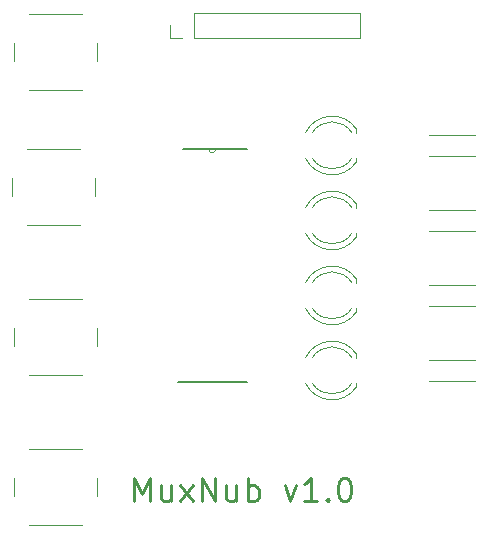
<source format=gbr>
%TF.GenerationSoftware,KiCad,Pcbnew,(5.1.6-0-10_14)*%
%TF.CreationDate,2020-06-28T20:47:41+01:00*%
%TF.ProjectId,mux-control,6d75782d-636f-46e7-9472-6f6c2e6b6963,rev?*%
%TF.SameCoordinates,Original*%
%TF.FileFunction,Legend,Top*%
%TF.FilePolarity,Positive*%
%FSLAX46Y46*%
G04 Gerber Fmt 4.6, Leading zero omitted, Abs format (unit mm)*
G04 Created by KiCad (PCBNEW (5.1.6-0-10_14)) date 2020-06-28 20:47:41*
%MOMM*%
%LPD*%
G01*
G04 APERTURE LIST*
%ADD10C,0.250000*%
%ADD11C,0.120000*%
%ADD12C,0.152400*%
%ADD13C,0.100000*%
G04 APERTURE END LIST*
D10*
X135637142Y-106314761D02*
X135637142Y-104314761D01*
X136303809Y-105743333D01*
X136970476Y-104314761D01*
X136970476Y-106314761D01*
X138780000Y-104981428D02*
X138780000Y-106314761D01*
X137922857Y-104981428D02*
X137922857Y-106029047D01*
X138018095Y-106219523D01*
X138208571Y-106314761D01*
X138494285Y-106314761D01*
X138684761Y-106219523D01*
X138780000Y-106124285D01*
X139541904Y-106314761D02*
X140589523Y-104981428D01*
X139541904Y-104981428D02*
X140589523Y-106314761D01*
X141351428Y-106314761D02*
X141351428Y-104314761D01*
X142494285Y-106314761D01*
X142494285Y-104314761D01*
X144303809Y-104981428D02*
X144303809Y-106314761D01*
X143446666Y-104981428D02*
X143446666Y-106029047D01*
X143541904Y-106219523D01*
X143732380Y-106314761D01*
X144018095Y-106314761D01*
X144208571Y-106219523D01*
X144303809Y-106124285D01*
X145256190Y-106314761D02*
X145256190Y-104314761D01*
X145256190Y-105076666D02*
X145446666Y-104981428D01*
X145827619Y-104981428D01*
X146018095Y-105076666D01*
X146113333Y-105171904D01*
X146208571Y-105362380D01*
X146208571Y-105933809D01*
X146113333Y-106124285D01*
X146018095Y-106219523D01*
X145827619Y-106314761D01*
X145446666Y-106314761D01*
X145256190Y-106219523D01*
X148399047Y-104981428D02*
X148875238Y-106314761D01*
X149351428Y-104981428D01*
X151160952Y-106314761D02*
X150018095Y-106314761D01*
X150589523Y-106314761D02*
X150589523Y-104314761D01*
X150399047Y-104600476D01*
X150208571Y-104790952D01*
X150018095Y-104886190D01*
X152018095Y-106124285D02*
X152113333Y-106219523D01*
X152018095Y-106314761D01*
X151922857Y-106219523D01*
X152018095Y-106124285D01*
X152018095Y-106314761D01*
X153351428Y-104314761D02*
X153541904Y-104314761D01*
X153732380Y-104410000D01*
X153827619Y-104505238D01*
X153922857Y-104695714D01*
X154018095Y-105076666D01*
X154018095Y-105552857D01*
X153922857Y-105933809D01*
X153827619Y-106124285D01*
X153732380Y-106219523D01*
X153541904Y-106314761D01*
X153351428Y-106314761D01*
X153160952Y-106219523D01*
X153065714Y-106124285D01*
X152970476Y-105933809D01*
X152875238Y-105552857D01*
X152875238Y-105076666D01*
X152970476Y-104695714D01*
X153065714Y-104505238D01*
X153160952Y-104410000D01*
X153351428Y-104314761D01*
D11*
%TO.C,SW1*%
X132480000Y-69040000D02*
X132480000Y-67540000D01*
X131230000Y-65040000D02*
X126730000Y-65040000D01*
X125480000Y-67540000D02*
X125480000Y-69040000D01*
X126730000Y-71540000D02*
X131230000Y-71540000D01*
%TO.C,SW4*%
X132480000Y-105870000D02*
X132480000Y-104370000D01*
X131230000Y-101870000D02*
X126730000Y-101870000D01*
X125480000Y-104370000D02*
X125480000Y-105870000D01*
X126730000Y-108370000D02*
X131230000Y-108370000D01*
%TO.C,J1*%
X138640000Y-67100000D02*
X138640000Y-66040000D01*
X139700000Y-67100000D02*
X138640000Y-67100000D01*
X140700000Y-67100000D02*
X140700000Y-64980000D01*
X140700000Y-64980000D02*
X154760000Y-64980000D01*
X140700000Y-67100000D02*
X154760000Y-67100000D01*
X154760000Y-67100000D02*
X154760000Y-64980000D01*
%TO.C,D1*%
X154460000Y-75120000D02*
X154460000Y-74801000D01*
X154460000Y-77599000D02*
X154460000Y-77280000D01*
X150717287Y-75119039D02*
G75*
G02*
X154083330Y-75120000I1682713J-1080961D01*
G01*
X150717287Y-77280961D02*
G75*
G03*
X154083330Y-77280000I1682713J1080961D01*
G01*
X150156758Y-75119276D02*
G75*
G02*
X154460000Y-74801251I2243242J-1080724D01*
G01*
X150156758Y-77280724D02*
G75*
G03*
X154460000Y-77598749I2243242J1080724D01*
G01*
%TO.C,D2*%
X154460000Y-81470000D02*
X154460000Y-81151000D01*
X154460000Y-83949000D02*
X154460000Y-83630000D01*
X150717287Y-81469039D02*
G75*
G02*
X154083330Y-81470000I1682713J-1080961D01*
G01*
X150717287Y-83630961D02*
G75*
G03*
X154083330Y-83630000I1682713J1080961D01*
G01*
X150156758Y-81469276D02*
G75*
G02*
X154460000Y-81151251I2243242J-1080724D01*
G01*
X150156758Y-83630724D02*
G75*
G03*
X154460000Y-83948749I2243242J1080724D01*
G01*
%TO.C,D3*%
X154460000Y-87820000D02*
X154460000Y-87501000D01*
X154460000Y-90299000D02*
X154460000Y-89980000D01*
X150717287Y-87819039D02*
G75*
G02*
X154083330Y-87820000I1682713J-1080961D01*
G01*
X150717287Y-89980961D02*
G75*
G03*
X154083330Y-89980000I1682713J1080961D01*
G01*
X150156758Y-87819276D02*
G75*
G02*
X154460000Y-87501251I2243242J-1080724D01*
G01*
X150156758Y-89980724D02*
G75*
G03*
X154460000Y-90298749I2243242J1080724D01*
G01*
%TO.C,D4*%
X154460000Y-94170000D02*
X154460000Y-93851000D01*
X154460000Y-96649000D02*
X154460000Y-96330000D01*
X150717287Y-94169039D02*
G75*
G02*
X154083330Y-94170000I1682713J-1080961D01*
G01*
X150717287Y-96330961D02*
G75*
G03*
X154083330Y-96330000I1682713J1080961D01*
G01*
X150156758Y-94169276D02*
G75*
G02*
X154460000Y-93851251I2243242J-1080724D01*
G01*
X150156758Y-96330724D02*
G75*
G03*
X154460000Y-96648749I2243242J1080724D01*
G01*
%TO.C,R1*%
X160640000Y-77120000D02*
X164480000Y-77120000D01*
X160640000Y-75280000D02*
X164480000Y-75280000D01*
%TO.C,R2*%
X160640000Y-83470000D02*
X164480000Y-83470000D01*
X160640000Y-81630000D02*
X164480000Y-81630000D01*
%TO.C,R3*%
X160640000Y-89820000D02*
X164480000Y-89820000D01*
X160640000Y-87980000D02*
X164480000Y-87980000D01*
%TO.C,R4*%
X160640000Y-96170000D02*
X164480000Y-96170000D01*
X160640000Y-94330000D02*
X164480000Y-94330000D01*
%TO.C,SW2*%
X132330000Y-80470000D02*
X132330000Y-78970000D01*
X131080000Y-76470000D02*
X126580000Y-76470000D01*
X125330000Y-78970000D02*
X125330000Y-80470000D01*
X126580000Y-82970000D02*
X131080000Y-82970000D01*
%TO.C,SW3*%
X132480000Y-93170000D02*
X132480000Y-91670000D01*
X131230000Y-89170000D02*
X126730000Y-89170000D01*
X125480000Y-91670000D02*
X125480000Y-93170000D01*
X126730000Y-95670000D02*
X131230000Y-95670000D01*
D12*
%TO.C,U1*%
X141935200Y-76504800D02*
X139750800Y-76504800D01*
X142544800Y-76504800D02*
X141935200Y-76504800D01*
X145161000Y-76504800D02*
X142544800Y-76504800D01*
X139319000Y-96215200D02*
X145161000Y-96215200D01*
D13*
X142544800Y-76504800D02*
G75*
G02*
X141935200Y-76504800I-304800J0D01*
G01*
%TD*%
M02*

</source>
